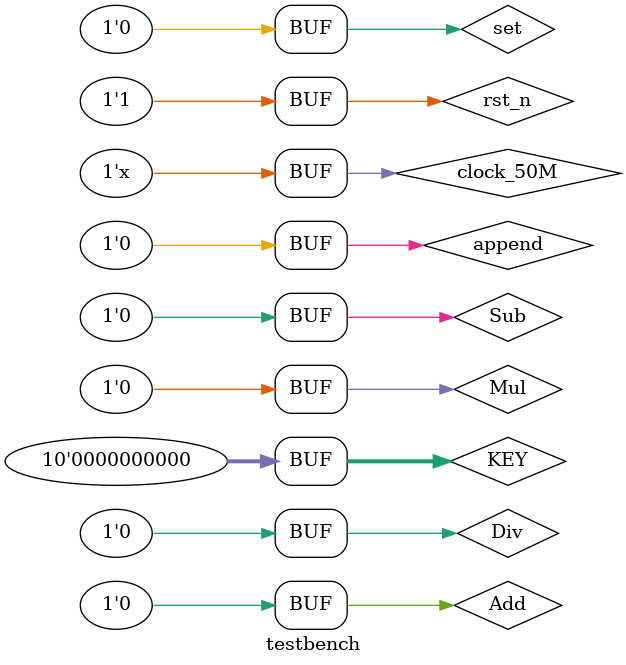
<source format=v>
`timescale 1ns/1ps
module testbench;
	reg clock_50M;
	reg rst_n;
	reg append;
	reg set;
	reg [9:0] KEY;
	reg Add;
	reg Sub;
	reg Mul;
	reg Div;
	wire lcd_rs;
	wire lcd_rw;
	wire lcd_p;
	wire lcd_n;
	wire lcd_en;
	wire [7:0] lcd_data;
	wire [4:0] led_state;
	wire [3:0] led_bits;
	wire [7:0] led_value;
	wire [3:0] led_start_bits;

	initial begin
		clock_50M=1;
		Add=0;
		Sub=0;
		Mul=0;
		Div=0;
		KEY='b0000000000;
		rst_n=1;
		#1000
		rst_n=0;
		#1000
		rst_n=1;
		#1000
		set=1;
		#1000
		set=0;
		//insert 1st Number
		#1000
		KEY=10'b0000000100;
		#1000
		append=1;
		#1000;
		append=0;
		#1000
		KEY=10'b0000001000;
		#1000
		append=1;
		#1000;
		append=0;
		#1000
		set=1;
		#1000
		set=0;
		#1000;
		KEY=10'b0000000000;
		#1000
		//insert Operator
		Add=1;
		#1000;
		set=1;
		#1000
		set=0;
		Add=0;
		//insert 2nd Number
		#1000
		KEY=10'b0000000100;
		#1000
		append=1;
		#1000;
		append=0;
		#1000
		KEY=10'b0000001000;
		#1000
		append=1;
		#1000;
		append=0;
		#1000
		set=1;
		#1000
		set=0;
		#1000
		KEY=10'b0000000000;
		//show Result
		#1000
		set=1;
		#500
		set=0;
	end 

	always #10 clock_50M=~clock_50M;

	textlcd_3 textlcd(.rst_n      (rst_n ),
					.clk        (clock_50M),
					.set		(set),
					.append		(append),
					.KEY        (KEY),
					.Add        (Add),
					.Sub        (Sub),
					.Mul        (Mul),
					.Div        (Div),
					.lcd_rs     (lcd_rs),
					.lcd_rw     (lcd_rw),
					.lcd_en     (lcd_en),
					.lcd_p      (lcd_p),
					.lcd_n      (lcd_n),
					.lcd_data   (lcd_data),
					.led_state  (led_state),
					.led_bits	(led_bits),
					.led_value	(led_value),
					.led_start_bits(led_start_bits));
endmodule
</source>
